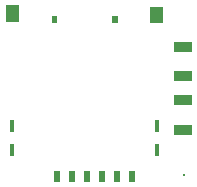
<source format=gbp>
G04 (created by PCBNEW-RS274X (2011-05-25)-stable) date Tue 14 Jan 2014 03:28:53 PM CET*
G01*
G70*
G90*
%MOIN*%
G04 Gerber Fmt 3.4, Leading zero omitted, Abs format*
%FSLAX34Y34*%
G04 APERTURE LIST*
%ADD10C,0.006000*%
%ADD11R,0.062900X0.037800*%
G04 APERTURE END LIST*
G54D10*
G54D11*
X01825Y-00393D03*
X01825Y00401D03*
X01825Y-01377D03*
X01825Y01379D03*
G54D10*
G36*
X01803Y-02911D02*
X01803Y-02849D01*
X01897Y-02849D01*
X01897Y-02911D01*
X01803Y-02911D01*
X01803Y-02911D01*
G37*
G36*
X-00281Y-03106D02*
X-00485Y-03106D01*
X-00485Y-02744D01*
X-00281Y-02744D01*
X-00281Y-03106D01*
X-00281Y-03106D01*
G37*
G36*
X00211Y-03106D02*
X00007Y-03106D01*
X00007Y-02744D01*
X00211Y-02744D01*
X00211Y-03106D01*
X00211Y-03106D01*
G37*
G36*
X-00783Y-03106D02*
X-00987Y-03106D01*
X-00987Y-02744D01*
X-00783Y-02744D01*
X-00783Y-03106D01*
X-00783Y-03106D01*
G37*
G36*
X-01285Y-03106D02*
X-01489Y-03106D01*
X-01489Y-02744D01*
X-01285Y-02744D01*
X-01285Y-03106D01*
X-01285Y-03106D01*
G37*
G36*
X-01787Y-03106D02*
X-01991Y-03106D01*
X-01991Y-02744D01*
X-01787Y-02744D01*
X-01787Y-03106D01*
X-01787Y-03106D01*
G37*
G36*
X-02289Y-03106D02*
X-02493Y-03106D01*
X-02493Y-02744D01*
X-02289Y-02744D01*
X-02289Y-03106D01*
X-02289Y-03106D01*
G37*
G36*
X01015Y-02254D02*
X00875Y-02254D01*
X00875Y-01844D01*
X01015Y-01844D01*
X01015Y-02254D01*
X01015Y-02254D01*
G37*
G36*
X01015Y-01466D02*
X00875Y-01466D01*
X00875Y-01056D01*
X01015Y-01056D01*
X01015Y-01466D01*
X01015Y-01466D01*
G37*
G36*
X-03827Y-01466D02*
X-03967Y-01466D01*
X-03967Y-01056D01*
X-03827Y-01056D01*
X-03827Y-01466D01*
X-03827Y-01466D01*
G37*
G36*
X-03827Y-02254D02*
X-03967Y-02254D01*
X-03967Y-01844D01*
X-03827Y-01844D01*
X-03827Y-02254D01*
X-03827Y-02254D01*
G37*
G36*
X01146Y02192D02*
X00706Y02192D01*
X00706Y02726D01*
X01146Y02726D01*
X01146Y02192D01*
X01146Y02192D01*
G37*
G36*
X-03657Y02232D02*
X-04097Y02232D01*
X-04097Y02766D01*
X-03657Y02766D01*
X-03657Y02232D01*
X-03657Y02232D01*
G37*
G36*
X-00367Y02177D02*
X-00537Y02177D01*
X-00537Y02427D01*
X-00367Y02427D01*
X-00367Y02177D01*
X-00367Y02177D01*
G37*
G36*
X-02375Y02177D02*
X-02545Y02177D01*
X-02545Y02427D01*
X-02375Y02427D01*
X-02375Y02177D01*
X-02375Y02177D01*
G37*
M02*

</source>
